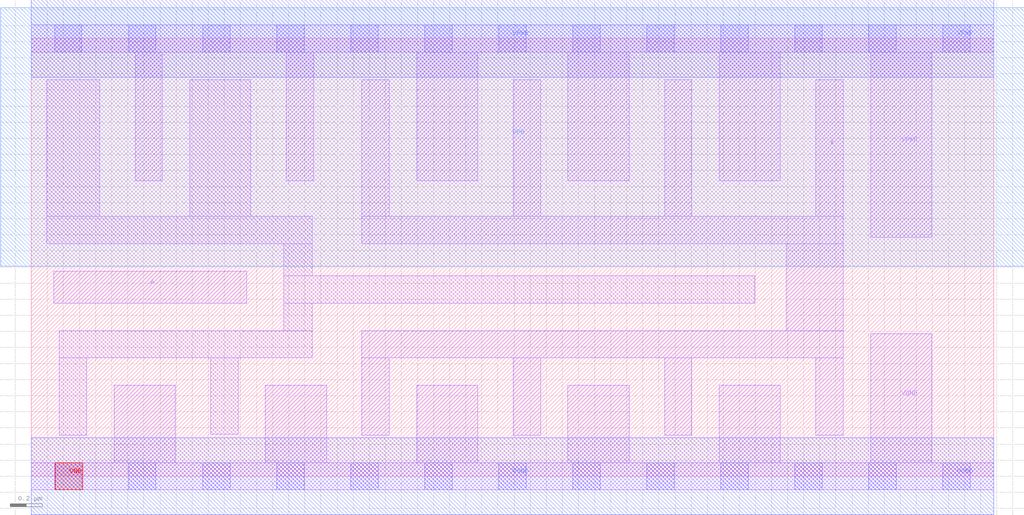
<source format=lef>
# Copyright 2020 The SkyWater PDK Authors
#
# Licensed under the Apache License, Version 2.0 (the "License");
# you may not use this file except in compliance with the License.
# You may obtain a copy of the License at
#
#     https://www.apache.org/licenses/LICENSE-2.0
#
# Unless required by applicable law or agreed to in writing, software
# distributed under the License is distributed on an "AS IS" BASIS,
# WITHOUT WARRANTIES OR CONDITIONS OF ANY KIND, either express or implied.
# See the License for the specific language governing permissions and
# limitations under the License.
#
# SPDX-License-Identifier: Apache-2.0

VERSION 5.7 ;
  NOWIREEXTENSIONATPIN ON ;
  DIVIDERCHAR "/" ;
  BUSBITCHARS "[]" ;
PROPERTYDEFINITIONS
  MACRO maskLayoutSubType STRING ;
  MACRO prCellType STRING ;
  MACRO originalViewName STRING ;
END PROPERTYDEFINITIONS
MACRO sky130_fd_sc_hdll__buf_8
  CLASS CORE ;
  FOREIGN sky130_fd_sc_hdll__buf_8 ;
  ORIGIN  0.000000  0.000000 ;
  SIZE  5.980000 BY  2.720000 ;
  SYMMETRY X Y R90 ;
  SITE unithd ;
  PIN A
    ANTENNAGATEAREA  0.832500 ;
    DIRECTION INPUT ;
    USE SIGNAL ;
    PORT
      LAYER li1 ;
        RECT 0.140000 1.075000 1.340000 1.275000 ;
    END
  END A
  PIN X
    ANTENNADIFFAREA  2.024500 ;
    DIRECTION OUTPUT ;
    USE SIGNAL ;
    PORT
      LAYER li1 ;
        RECT 2.055000 0.255000 2.225000 0.735000 ;
        RECT 2.055000 0.735000 5.045000 0.905000 ;
        RECT 2.055000 1.445000 5.045000 1.615000 ;
        RECT 2.055000 1.615000 2.225000 2.465000 ;
        RECT 2.995000 0.255000 3.165000 0.735000 ;
        RECT 2.995000 1.615000 3.165000 2.465000 ;
        RECT 3.935000 0.255000 4.105000 0.735000 ;
        RECT 3.935000 1.615000 4.105000 2.465000 ;
        RECT 4.690000 0.905000 5.045000 1.445000 ;
        RECT 4.875000 0.255000 5.045000 0.735000 ;
        RECT 4.875000 1.615000 5.045000 2.465000 ;
    END
  END X
  PIN VGND
    DIRECTION INOUT ;
    USE GROUND ;
    PORT
      LAYER li1 ;
        RECT 0.000000 -0.085000 5.980000 0.085000 ;
        RECT 0.515000  0.085000 0.895000 0.565000 ;
        RECT 1.455000  0.085000 1.835000 0.565000 ;
        RECT 2.395000  0.085000 2.775000 0.565000 ;
        RECT 3.335000  0.085000 3.715000 0.565000 ;
        RECT 4.275000  0.085000 4.655000 0.565000 ;
        RECT 5.215000  0.085000 5.595000 0.885000 ;
      LAYER mcon ;
        RECT 0.145000 -0.085000 0.315000 0.085000 ;
        RECT 0.605000 -0.085000 0.775000 0.085000 ;
        RECT 1.065000 -0.085000 1.235000 0.085000 ;
        RECT 1.525000 -0.085000 1.695000 0.085000 ;
        RECT 1.985000 -0.085000 2.155000 0.085000 ;
        RECT 2.445000 -0.085000 2.615000 0.085000 ;
        RECT 2.905000 -0.085000 3.075000 0.085000 ;
        RECT 3.365000 -0.085000 3.535000 0.085000 ;
        RECT 3.825000 -0.085000 3.995000 0.085000 ;
        RECT 4.285000 -0.085000 4.455000 0.085000 ;
        RECT 4.745000 -0.085000 4.915000 0.085000 ;
        RECT 5.205000 -0.085000 5.375000 0.085000 ;
        RECT 5.665000 -0.085000 5.835000 0.085000 ;
    END
    PORT
      LAYER met1 ;
        RECT 0.000000 -0.240000 5.980000 0.240000 ;
    END
  END VGND
  PIN VNB
    DIRECTION INOUT ;
    USE GROUND ;
    PORT
      LAYER pwell ;
        RECT 0.150000 -0.085000 0.320000 0.085000 ;
    END
  END VNB
  PIN VPB
    DIRECTION INOUT ;
    USE POWER ;
    PORT
      LAYER nwell ;
        RECT -0.190000 1.305000 6.170000 2.910000 ;
    END
  END VPB
  PIN VPWR
    DIRECTION INOUT ;
    USE POWER ;
    PORT
      LAYER li1 ;
        RECT 0.000000 2.635000 5.980000 2.805000 ;
        RECT 0.645000 1.835000 0.815000 2.635000 ;
        RECT 1.585000 1.835000 1.755000 2.635000 ;
        RECT 2.395000 1.835000 2.775000 2.635000 ;
        RECT 3.335000 1.835000 3.715000 2.635000 ;
        RECT 4.275000 1.835000 4.655000 2.635000 ;
        RECT 5.215000 1.485000 5.595000 2.635000 ;
      LAYER mcon ;
        RECT 0.145000 2.635000 0.315000 2.805000 ;
        RECT 0.605000 2.635000 0.775000 2.805000 ;
        RECT 1.065000 2.635000 1.235000 2.805000 ;
        RECT 1.525000 2.635000 1.695000 2.805000 ;
        RECT 1.985000 2.635000 2.155000 2.805000 ;
        RECT 2.445000 2.635000 2.615000 2.805000 ;
        RECT 2.905000 2.635000 3.075000 2.805000 ;
        RECT 3.365000 2.635000 3.535000 2.805000 ;
        RECT 3.825000 2.635000 3.995000 2.805000 ;
        RECT 4.285000 2.635000 4.455000 2.805000 ;
        RECT 4.745000 2.635000 4.915000 2.805000 ;
        RECT 5.205000 2.635000 5.375000 2.805000 ;
        RECT 5.665000 2.635000 5.835000 2.805000 ;
    END
    PORT
      LAYER met1 ;
        RECT 0.000000 2.480000 5.980000 2.960000 ;
    END
  END VPWR
  OBS
    LAYER li1 ;
      RECT 0.095000 1.445000 1.745000 1.615000 ;
      RECT 0.095000 1.615000 0.425000 2.465000 ;
      RECT 0.175000 0.255000 0.345000 0.735000 ;
      RECT 0.175000 0.735000 1.745000 0.905000 ;
      RECT 0.985000 1.615000 1.365000 2.465000 ;
      RECT 1.115000 0.260000 1.285000 0.735000 ;
      RECT 1.570000 0.905000 1.745000 1.075000 ;
      RECT 1.570000 1.075000 4.495000 1.245000 ;
      RECT 1.570000 1.245000 1.745000 1.445000 ;
  END
  PROPERTY maskLayoutSubType "abstract" ;
  PROPERTY prCellType "standard" ;
  PROPERTY originalViewName "layout" ;
END sky130_fd_sc_hdll__buf_8
END LIBRARY

</source>
